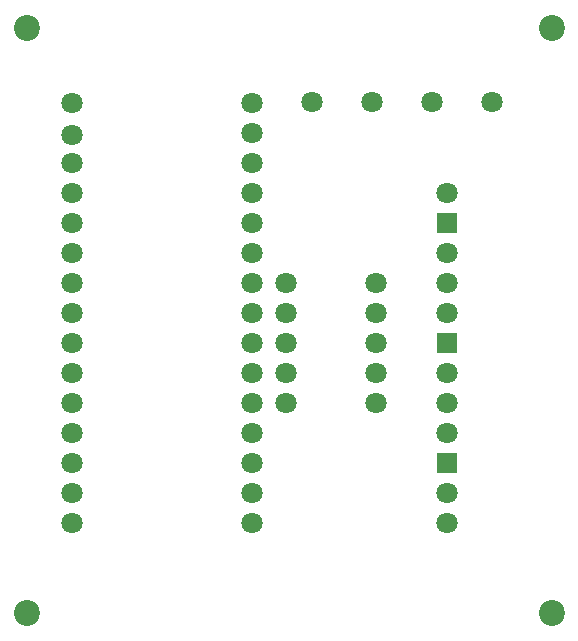
<source format=gbs>
%TF.GenerationSoftware,KiCad,Pcbnew,9.0.0*%
%TF.CreationDate,2025-05-21T23:54:08-07:00*%
%TF.ProjectId,server,73657276-6572-42e6-9b69-6361645f7063,v0.3*%
%TF.SameCoordinates,Original*%
%TF.FileFunction,Soldermask,Bot*%
%TF.FilePolarity,Negative*%
%FSLAX46Y46*%
G04 Gerber Fmt 4.6, Leading zero omitted, Abs format (unit mm)*
G04 Created by KiCad (PCBNEW 9.0.0) date 2025-05-21 23:54:08*
%MOMM*%
%LPD*%
G01*
G04 APERTURE LIST*
%ADD10C,1.800000*%
%ADD11R,1.800000X1.800000*%
%ADD12C,2.200000*%
G04 APERTURE END LIST*
D10*
%TO.C,R2*%
X148990000Y-97790000D03*
X156610000Y-97790000D03*
%TD*%
%TO.C,ESP32_Nano1*%
X146050000Y-115570000D03*
X146050000Y-113030000D03*
X146050000Y-110490000D03*
X146050000Y-107950000D03*
X146050000Y-105410000D03*
X146050000Y-102870000D03*
X146050000Y-100330000D03*
X146050000Y-97790000D03*
X146050000Y-95250000D03*
X146050000Y-92710000D03*
X146050000Y-90170000D03*
X146050000Y-87630000D03*
X146050000Y-85090000D03*
X146050000Y-82550000D03*
X146050000Y-80010000D03*
X130810000Y-80010000D03*
X130806528Y-82701898D03*
X130810000Y-85090000D03*
X130810000Y-87630000D03*
X130810000Y-90170000D03*
X130810000Y-92710000D03*
X130810000Y-95250000D03*
X130810000Y-97790000D03*
X130810000Y-100330000D03*
X130810000Y-102870000D03*
X130810000Y-105410000D03*
X130810000Y-107950000D03*
X130810000Y-110490000D03*
X130810000Y-113030000D03*
X130810000Y-115570000D03*
%TD*%
%TO.C,RGB_LED_ROUND2*%
X162560000Y-97790000D03*
D11*
X162560000Y-100330000D03*
D10*
X162560000Y-102870000D03*
X162560000Y-105410000D03*
%TD*%
D12*
%TO.C,REF\u002A\u002A*%
X171450000Y-73660000D03*
%TD*%
D10*
%TO.C,R1*%
X148990000Y-95250000D03*
X156610000Y-95250000D03*
%TD*%
%TO.C,R3*%
X148990000Y-100330000D03*
X156610000Y-100330000D03*
%TD*%
%TO.C,2_PIN_CONNECTOR2*%
X161290000Y-79910000D03*
X166370000Y-79910000D03*
%TD*%
%TO.C,RGB_LED_ROUND1*%
X162560000Y-87630000D03*
D11*
X162560000Y-90170000D03*
D10*
X162560000Y-92710000D03*
X162560000Y-95250000D03*
%TD*%
%TO.C,2_PIN_CONNECTOR1*%
X151130000Y-79910000D03*
X156210000Y-79910000D03*
%TD*%
D12*
%TO.C,REF\u002A\u002A*%
X127000000Y-73660000D03*
%TD*%
D10*
%TO.C,RGB_LED_ROUND3*%
X162550000Y-107950000D03*
D11*
X162550000Y-110490000D03*
D10*
X162550000Y-113030000D03*
X162550000Y-115570000D03*
%TD*%
%TO.C,R5*%
X148990000Y-105410000D03*
X156610000Y-105410000D03*
%TD*%
D12*
%TO.C,REF\u002A\u002A*%
X127000000Y-123190000D03*
%TD*%
%TO.C,REF\u002A\u002A*%
X171450000Y-123190000D03*
%TD*%
D10*
%TO.C,R4*%
X148990000Y-102870000D03*
X156610000Y-102870000D03*
%TD*%
M02*

</source>
